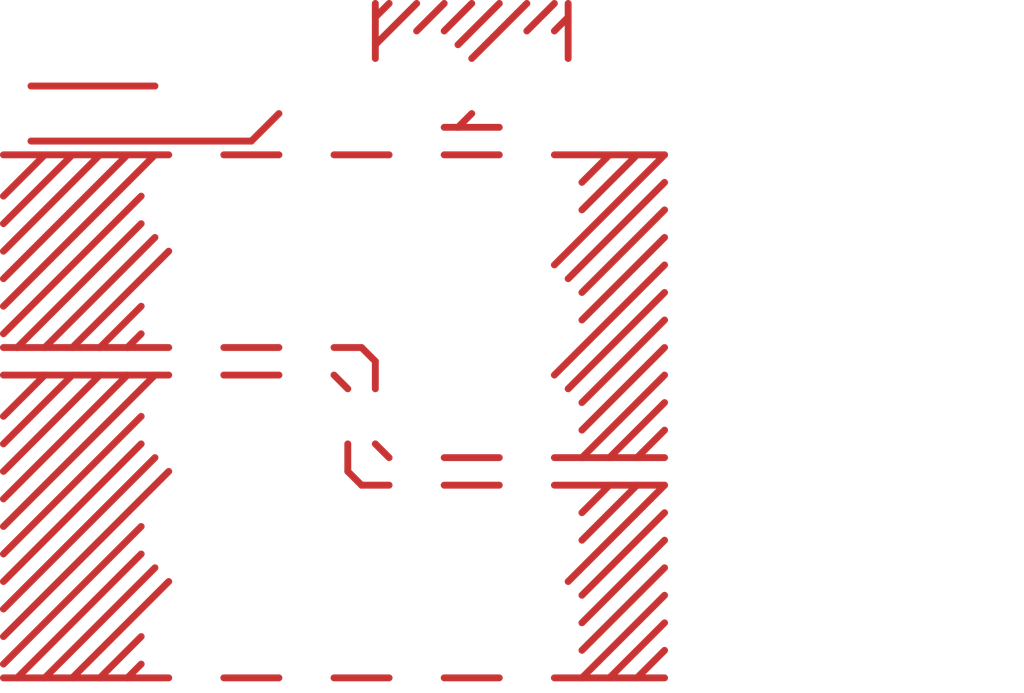
<source format=kicad_pcb>
(kicad_pcb
	(version 20240108)
	(generator "pcbnew")
	(generator_version "8.0")
	(general
		(thickness 1.6)
		(legacy_teardrops no)
	)
	(paper "A4")
	(layers
		(0 "F.Cu" signal)
		(31 "B.Cu" signal)
		(32 "B.Adhes" user "B.Adhesive")
		(33 "F.Adhes" user "F.Adhesive")
		(34 "B.Paste" user)
		(35 "F.Paste" user)
		(36 "B.SilkS" user "B.Silkscreen")
		(37 "F.SilkS" user "F.Silkscreen")
		(38 "B.Mask" user)
		(39 "F.Mask" user)
		(40 "Dwgs.User" user "User.Drawings")
		(41 "Cmts.User" user "User.Comments")
		(42 "Eco1.User" user "User.Eco1")
		(43 "Eco2.User" user "User.Eco2")
		(44 "Edge.Cuts" user)
		(45 "Margin" user)
		(46 "B.CrtYd" user "B.Courtyard")
		(47 "F.CrtYd" user "F.Courtyard")
		(48 "B.Fab" user)
		(49 "F.Fab" user)
		(50 "User.1" user)
		(51 "User.2" user)
		(52 "User.3" user)
		(53 "User.4" user)
		(54 "User.5" user)
		(55 "User.6" user)
		(56 "User.7" user)
		(57 "User.8" user)
		(58 "User.9" user)
	)
	(setup
		(pad_to_mask_clearance 0)
		(allow_soldermask_bridges_in_footprints no)
		(pcbplotparams
			(layerselection 0x00010fc_ffffffff)
			(plot_on_all_layers_selection 0x0000000_00000000)
			(disableapertmacros no)
			(usegerberextensions no)
			(usegerberattributes yes)
			(usegerberadvancedattributes yes)
			(creategerberjobfile yes)
			(dashed_line_dash_ratio 12.000000)
			(dashed_line_gap_ratio 3.000000)
			(svgprecision 4)
			(plotframeref no)
			(viasonmask no)
			(mode 1)
			(useauxorigin no)
			(hpglpennumber 1)
			(hpglpenspeed 20)
			(hpglpendiameter 15.000000)
			(pdf_front_fp_property_popups yes)
			(pdf_back_fp_property_popups yes)
			(dxfpolygonmode yes)
			(dxfimperialunits yes)
			(dxfusepcbnewfont yes)
			(psnegative no)
			(psa4output no)
			(plotreference yes)
			(plotvalue yes)
			(plotfptext yes)
			(plotinvisibletext no)
			(sketchpadsonfab no)
			(subtractmaskfromsilk no)
			(outputformat 1)
			(mirror no)
			(drillshape 1)
			(scaleselection 1)
			(outputdirectory "")
		)
	)
	(net 0 "")
	(gr_line
		(start 193 23)
		(end 201 15)
		(stroke
			(width 0.5)
			(type default)
		)
		(layer "F.Cu")
		(uuid "018f381b-ceca-42fb-9010-3312526fc9aa")
	)
	(gr_line
		(start 214 23)
		(end 216 23)
		(stroke
			(width 0.5)
			(type default)
		)
		(layer "F.Cu")
		(uuid "042422cf-9be6-4447-b261-184aa1c37407")
	)
	(gr_line
		(start 218 33)
		(end 216 33)
		(stroke
			(width 0.5)
			(type default)
		)
		(layer "F.Cu")
		(uuid "053ce9b7-842f-42a4-8174-acc969be2858")
	)
	(gr_line
		(start 228 0)
		(end 230 -2)
		(stroke
			(width 0.5)
			(type default)
		)
		(layer "F.Cu")
		(uuid "09ee1707-3928-469a-a18d-0614f4fe5aee")
	)
	(gr_line
		(start 231 18)
		(end 238 11)
		(stroke
			(width 0.5)
			(type default)
		)
		(layer "F.Cu")
		(uuid "0e9b4e9f-a252-4927-bd0e-560d33b81d65")
	)
	(gr_line
		(start 236 47)
		(end 238 45)
		(stroke
			(width 0.5)
			(type default)
		)
		(layer "F.Cu")
		(uuid "0eb1ef6b-bc97-425d-a52a-d9e5c5f59bcc")
	)
	(gr_line
		(start 216 33)
		(end 215 32)
		(stroke
			(width 0.5)
			(type default)
		)
		(layer "F.Cu")
		(uuid "10b2ae41-48f0-47ee-9f98-6866b249058d")
	)
	(gr_line
		(start 190 40)
		(end 200 30)
		(stroke
			(width 0.5)
			(type default)
		)
		(layer "F.Cu")
		(uuid "116e7e47-d332-4a28-b40e-0d442ac42cc3")
	)
	(gr_line
		(start 190 12)
		(end 193 9)
		(stroke
			(width 0.5)
			(type default)
		)
		(layer "F.Cu")
		(uuid "15952e4f-1a56-41cb-8c45-b01a0c0e0a6d")
	)
	(gr_line
		(start 190 30)
		(end 195 25)
		(stroke
			(width 0.5)
			(type default)
		)
		(layer "F.Cu")
		(uuid "199aa38d-ae06-4a4f-8501-51bcf1f6c2dd")
	)
	(gr_line
		(start 191 23)
		(end 200 14)
		(stroke
			(width 0.5)
			(type default)
		)
		(layer "F.Cu")
		(uuid "1c3d8bb0-75a2-436a-b1bb-c0d3f22b522d")
	)
	(gr_line
		(start 220 0)
		(end 222 -2)
		(stroke
			(width 0.5)
			(type default)
		)
		(layer "F.Cu")
		(uuid "1d9046e0-4d46-48ac-b7af-204ed678bd1c")
	)
	(gr_line
		(start 201 4)
		(end 192 4)
		(stroke
			(width 0.5)
			(type default)
		)
		(layer "F.Cu")
		(uuid "1ee44f8a-9f97-40ad-aa92-5bb5decbe9d8")
	)
	(gr_line
		(start 190 20)
		(end 201 9)
		(stroke
			(width 0.5)
			(type default)
		)
		(layer "F.Cu")
		(uuid "28894a8a-b1ec-45ba-b5b9-d397014da9ff")
	)
	(gr_line
		(start 190 46)
		(end 200 36)
		(stroke
			(width 0.5)
			(type default)
		)
		(layer "F.Cu")
		(uuid "29de0af8-0f76-4608-b731-da0a26759501")
	)
	(gr_line
		(start 199 23)
		(end 200 22)
		(stroke
			(width 0.5)
			(type default)
		)
		(layer "F.Cu")
		(uuid "29f9dfaf-f8ac-4e86-89d5-d0495de4c7fc")
	)
	(gr_line
		(start 232 29)
		(end 238 23)
		(stroke
			(width 0.5)
			(type default)
		)
		(layer "F.Cu")
		(uuid "2b23c798-4eb2-42d2-954a-fb7367209c07")
	)
	(gr_line
		(start 190 34)
		(end 199 25)
		(stroke
			(width 0.5)
			(type default)
		)
		(layer "F.Cu")
		(uuid "2b2b8032-c0a2-4745-a49d-2d2a27a62e50")
	)
	(gr_line
		(start 232 37)
		(end 236 33)
		(stroke
			(width 0.5)
			(type default)
		)
		(layer "F.Cu")
		(uuid "2ddc8cfc-c15e-43ac-9998-e210e0e099d4")
	)
	(gr_line
		(start 217 2)
		(end 217 -2)
		(stroke
			(width 0.5)
			(type default)
		)
		(layer "F.Cu")
		(uuid "3488e77e-4119-45b5-ab80-9a812516fea5")
	)
	(gr_line
		(start 214 47)
		(end 218 47)
		(stroke
			(width 0.5)
			(type default)
		)
		(layer "F.Cu")
		(uuid "3552a053-ca63-41f2-a689-ee5e0564ab56")
	)
	(gr_line
		(start 222 0)
		(end 224 -2)
		(stroke
			(width 0.5)
			(type default)
		)
		(layer "F.Cu")
		(uuid "35fdc778-e9c1-471c-9553-d6883adcfb35")
	)
	(gr_line
		(start 234 47)
		(end 238 43)
		(stroke
			(width 0.5)
			(type default)
		)
		(layer "F.Cu")
		(uuid "3ad86c28-ceb7-4adb-bba4-1a95b5112136")
	)
	(gr_line
		(start 190 44)
		(end 202 32)
		(stroke
			(width 0.5)
			(type default)
		)
		(layer "F.Cu")
		(uuid "3d3c2430-20b7-48be-9527-ca3a9e50c720")
	)
	(gr_line
		(start 217 24)
		(end 217 26)
		(stroke
			(width 0.5)
			(type default)
		)
		(layer "F.Cu")
		(uuid "3d9fbeef-e486-44d1-a091-e37f628fd962")
	)
	(gr_line
		(start 206 25)
		(end 210 25)
		(stroke
			(width 0.5)
			(type default)
		)
		(layer "F.Cu")
		(uuid "45e37574-fa0b-41df-b994-45edd0e99910")
	)
	(gr_line
		(start 190 32)
		(end 197 25)
		(stroke
			(width 0.5)
			(type default)
		)
		(layer "F.Cu")
		(uuid "4a42b446-5139-4eac-8ff4-bf8fa11592cc")
	)
	(gr_line
		(start 191 47)
		(end 200 38)
		(stroke
			(width 0.5)
			(type default)
		)
		(layer "F.Cu")
		(uuid "523c27e0-14eb-4d63-8218-c7d7a6b98214")
	)
	(gr_line
		(start 238 9)
		(end 230 17)
		(stroke
			(width 0.5)
			(type default)
		)
		(layer "F.Cu")
		(uuid "52c20a7f-2378-432c-96df-eef40a0a75a5")
	)
	(gr_line
		(start 230 31)
		(end 238 31)
		(stroke
			(width 0.5)
			(type default)
		)
		(layer "F.Cu")
		(uuid "577b680b-f36b-407c-bb79-72359277443b")
	)
	(gr_line
		(start 195 47)
		(end 202 40)
		(stroke
			(width 0.5)
			(type default)
		)
		(layer "F.Cu")
		(uuid "58609e8a-5e2d-466d-83b4-02a3b4d870c9")
	)
	(gr_line
		(start 197 23)
		(end 200 20)
		(stroke
			(width 0.5)
			(type default)
		)
		(layer "F.Cu")
		(uuid "58898ec5-854f-4519-bc75-f6f307f79056")
	)
	(gr_line
		(start 222 33)
		(end 226 33)
		(stroke
			(width 0.5)
			(type default)
		)
		(layer "F.Cu")
		(uuid "58ae4faf-5bd1-40b3-bd8f-ec5c481ad25d")
	)
	(gr_line
		(start 232 41)
		(end 238 35)
		(stroke
			(width 0.5)
			(type default)
		)
		(layer "F.Cu")
		(uuid "6021ed93-a580-4239-a42a-c3218975c8b1")
	)
	(gr_line
		(start 190 38)
		(end 200 28)
		(stroke
			(width 0.5)
			(type default)
		)
		(layer "F.Cu")
		(uuid "604ad29d-2491-449f-b8fb-c153f72c1998")
	)
	(gr_line
		(start 190 22)
		(end 200 12)
		(stroke
			(width 0.5)
			(type default)
		)
		(layer "F.Cu")
		(uuid "60671555-ed56-4fca-8002-5bea8c5b8374")
	)
	(gr_line
		(start 206 23)
		(end 210 23)
		(stroke
			(width 0.5)
			(type default)
		)
		(layer "F.Cu")
		(uuid "609313fb-65b0-4414-9a55-cbafd952597b")
	)
	(gr_line
		(start 230 47)
		(end 238 47)
		(stroke
			(width 0.5)
			(type default)
		)
		(layer "F.Cu")
		(uuid "615e786f-1683-4960-9366-693e36856a4f")
	)
	(gr_line
		(start 193 47)
		(end 201 39)
		(stroke
			(width 0.5)
			(type default)
		)
		(layer "F.Cu")
		(uuid "64d24ada-4716-4cab-b98d-e144e5424dae")
	)
	(gr_line
		(start 214 9)
		(end 218 9)
		(stroke
			(width 0.5)
			(type default)
		)
		(layer "F.Cu")
		(uuid "65af3ab6-971d-4717-b819-4c84a30f9614")
	)
	(gr_line
		(start 222 31)
		(end 226 31)
		(stroke
			(width 0.5)
			(type default)
		)
		(layer "F.Cu")
		(uuid "670da5ed-549a-4d05-b642-a65ab2e5de74")
	)
	(gr_line
		(start 231 2)
		(end 231 -2)
		(stroke
			(width 0.5)
			(type default)
		)
		(layer "F.Cu")
		(uuid "6eed387b-92a0-4300-af27-b54c139674b8")
	)
	(gr_line
		(start 190 16)
		(end 197 9)
		(stroke
			(width 0.5)
			(type default)
		)
		(layer "F.Cu")
		(uuid "73f59347-0cb8-4416-89cb-b747ba44d2ca")
	)
	(gr_line
		(start 190 42)
		(end 201 31)
		(stroke
			(width 0.5)
			(type default)
		)
		(layer "F.Cu")
		(uuid "7430d949-b5a2-4406-b165-e907e86d5886")
	)
	(gr_line
		(start 223 1)
		(end 226 -2)
		(stroke
			(width 0.5)
			(type default)
		)
		(layer "F.Cu")
		(uuid "7631b0f2-4540-4464-aa86-b08a790e97b2")
	)
	(gr_line
		(start 195 23)
		(end 202 16)
		(stroke
			(width 0.5)
			(type default)
		)
		(layer "F.Cu")
		(uuid "78f300e2-6e41-498d-b125-71c08b3542fc")
	)
	(gr_line
		(start 232 19)
		(end 238 13)
		(stroke
			(width 0.5)
			(type default)
		)
		(layer "F.Cu")
		(uuid "7b4557b0-7205-4f96-b808-31235a4f75ec")
	)
	(gr_line
		(start 232 45)
		(end 238 39)
		(stroke
			(width 0.5)
			(type default)
		)
		(layer "F.Cu")
		(uuid "7b87345b-9cc5-4d91-bea0-9c9759002d23")
	)
	(gr_line
		(start 236 31)
		(end 238 29)
		(stroke
			(width 0.5)
			(type default)
		)
		(layer "F.Cu")
		(uuid "7e23a006-6779-48f1-98f5-1360a3b7c362")
	)
	(gr_line
		(start 232 11)
		(end 234 9)
		(stroke
			(width 0.5)
			(type default)
		)
		(layer "F.Cu")
		(uuid "7ea42448-fb56-4b44-bf7c-82e574391364")
	)
	(gr_line
		(start 232 13)
		(end 236 9)
		(stroke
			(width 0.5)
			(type default)
		)
		(layer "F.Cu")
		(uuid "868f42e5-32ca-4644-a065-ab4d0523a329")
	)
	(gr_line
		(start 234 31)
		(end 238 27)
		(stroke
			(width 0.5)
			(type default)
		)
		(layer "F.Cu")
		(uuid "88bdf535-1757-4c2e-9630-961f201bbf71")
	)
	(gr_line
		(start 232 47)
		(end 238 41)
		(stroke
			(width 0.5)
			(type default)
		)
		(layer "F.Cu")
		(uuid "8994b2d4-a613-4b26-821d-420697c1b17e")
	)
	(gr_line
		(start 206 9)
		(end 210 9)
		(stroke
			(width 0.5)
			(type default)
		)
		(layer "F.Cu")
		(uuid "8b2afd8a-58b4-4a17-b2fa-311329301c4e")
	)
	(gr_line
		(start 190 14)
		(end 195 9)
		(stroke
			(width 0.5)
			(type default)
		)
		(layer "F.Cu")
		(uuid "8f65061d-9ee2-4cbb-af57-5de755700c67")
	)
	(gr_line
		(start 216 23)
		(end 217 24)
		(stroke
			(width 0.5)
			(type default)
		)
		(layer "F.Cu")
		(uuid "9161b98e-3ef8-41ef-8603-7c9362489527")
	)
	(gr_line
		(start 199 47)
		(end 200 46)
		(stroke
			(width 0.5)
			(type default)
		)
		(layer "F.Cu")
		(uuid "920ef723-9c41-4087-85f1-0e428fae8af2")
	)
	(gr_line
		(start 232 31)
		(end 238 25)
		(stroke
			(width 0.5)
			(type default)
		)
		(layer "F.Cu")
		(uuid "950e1afc-06c3-47c8-974c-fc5aed848ee1")
	)
	(gr_line
		(start 223 7)
		(end 224 6)
		(stroke
			(width 0.5)
			(type default)
		)
		(layer "F.Cu")
		(uuid "9ba16c9c-83fa-4d27-b5e0-db19e6d2c7cd")
	)
	(gr_line
		(start 190 23)
		(end 202 23)
		(stroke
			(width 0.5)
			(type default)
		)
		(layer "F.Cu")
		(uuid "9d2501b6-6055-45fb-9a64-c6929bc328dd")
	)
	(gr_line
		(start 190 28)
		(end 193 25)
		(stroke
			(width 0.5)
			(type default)
		)
		(layer "F.Cu")
		(uuid "9eb3101b-f941-40d4-8a62-a9f13beca6b0")
	)
	(gr_line
		(start 202 47)
		(end 190 47)
		(stroke
			(width 0.5)
			(type default)
		)
		(layer "F.Cu")
		(uuid "a6744d07-7777-49ad-b1b5-0748e299dd33")
	)
	(gr_line
		(start 206 47)
		(end 210 47)
		(stroke
			(width 0.5)
			(type default)
		)
		(layer "F.Cu")
		(uuid "a95d00ef-17e4-4d6c-a8dd-22dac9d18e0d")
	)
	(gr_line
		(start 217 -1)
		(end 218 -2)
		(stroke
			(width 0.5)
			(type default)
		)
		(layer "F.Cu")
		(uuid "abc4eeb7-760d-4356-96bd-f64510847dd6")
	)
	(gr_line
		(start 222 7)
		(end 226 7)
		(stroke
			(width 0.5)
			(type default)
		)
		(layer "F.Cu")
		(uuid "abfa373a-7887-46c8-8fac-50bef89e983c")
	)
	(gr_line
		(start 215 32)
		(end 215 30)
		(stroke
			(width 0.5)
			(type default)
		)
		(layer "F.Cu")
		(uuid "adf3711a-0af6-4e45-873c-9fed6255db09")
	)
	(gr_line
		(start 232 27)
		(end 238 21)
		(stroke
			(width 0.5)
			(type default)
		)
		(layer "F.Cu")
		(uuid "b11d9cf4-75a2-4b2a-8b31-6333e1f6f8d1")
	)
	(gr_line
		(start 232 43)
		(end 238 37)
		(stroke
			(width 0.5)
			(type default)
		)
		(layer "F.Cu")
		(uuid "b1f4171d-f42f-4ad0-96f3-e1f1850d6dcd")
	)
	(gr_line
		(start 208 8)
		(end 192 8)
		(stroke
			(width 0.5)
			(type default)
		)
		(layer "F.Cu")
		(uuid "b22517af-a46b-4564-9121-2411dd337b5e")
	)
	(gr_line
		(start 210 6)
		(end 208 8)
		(stroke
			(width 0.5)
			(type default)
		)
		(layer "F.Cu")
		(uuid "b55538c5-0147-4d2d-93ec-aaef964672ef")
	)
	(gr_line
		(start 232 21)
		(end 238 15)
		(stroke
			(width 0.5)
			(type default)
		)
		(layer "F.Cu")
		(uuid "b63882b1-1258-4182-bb60-85f3179fe443")
	)
	(gr_line
		(start 222 9)
		(end 226 9)
		(stroke
			(width 0.5)
			(type default)
		)
		(layer "F.Cu")
		(uuid "ba542088-91ad-4fb4-93cb-602438cdae1e")
	)
	(gr_line
		(start 214 25)
		(end 215 26)
		(stroke
			(width 0.5)
			(type default)
		)
		(layer "F.Cu")
		(uuid "bd7e54f1-3d93-49dc-a4f8-804bfb62292b")
	)
	(gr_line
		(start 231 26)
		(end 238 19)
		(stroke
			(width 0.5)
			(type default)
		)
		(layer "F.Cu")
		(uuid "c00bc965-2774-4459-8c70-8b40a5e5f936")
	)
	(gr_line
		(start 217 30)
		(end 218 31)
		(stroke
			(width 0.5)
			(type default)
		)
		(layer "F.Cu")
		(uuid "c4feba86-26f7-435c-b19d-f55c6826c8ec")
	)
	(gr_line
		(start 197 47)
		(end 200 44)
		(stroke
			(width 0.5)
			(type default)
		)
		(layer "F.Cu")
		(uuid "c5ed3ce5-8ba4-48c1-91b2-11194a2f82c8")
	)
	(gr_line
		(start 190 9)
		(end 202 9)
		(stroke
			(width 0.5)
			(type default)
		)
		(layer "F.Cu")
		(uuid "c67f7b88-48c8-44a3-8be7-4cd50f4cbb48")
	)
	(gr_line
		(start 230 25)
		(end 238 17)
		(stroke
			(width 0.5)
			(type default)
		)
		(layer "F.Cu")
		(uuid "c89f48bc-cd48-4fdc-ad56-14839ed2a737")
	)
	(gr_line
		(start 230 0)
		(end 231 -1)
		(stroke
			(width 0.5)
			(type default)
		)
		(layer "F.Cu")
		(uuid "c8e71520-582d-4e5f-8146-694864c874f0")
	)
	(gr_line
		(start 230 9)
		(end 238 9)
		(stroke
			(width 0.5)
			(type default)
		)
		(layer "F.Cu")
		(uuid "ccc49562-9aff-401c-b33e-a8b7e0070284")
	)
	(gr_line
		(start 190 36)
		(end 201 25)
		(stroke
			(width 0.5)
			(type default)
		)
		(layer "F.Cu")
		(uuid "cfa28939-e1da-4c9d-a644-03d130921db3")
	)
	(gr_line
		(start 230 33)
		(end 238 33)
		(stroke
			(width 0.5)
			(type default)
		)
		(layer "F.Cu")
		(uuid "d415eb9d-634e-4061-8698-95fb9560ba07")
	)
	(gr_line
		(start 222 47)
		(end 226 47)
		(stroke
			(width 0.5)
			(type default)
		)
		(layer "F.Cu")
		(uuid "d96a957c-b133-414a-8962-682248625ba8")
	)
	(gr_line
		(start 190 18)
		(end 199 9)
		(stroke
			(width 0.5)
			(type default)
		)
		(layer "F.Cu")
		(uuid "e4d005f3-d98f-4d3a-ab6c-04b8662fb9ed")
	)
	(gr_line
		(start 232 35)
		(end 234 33)
		(stroke
			(width 0.5)
			(type default)
		)
		(layer "F.Cu")
		(uuid "e699a1d8-fd2d-4c5d-a7f6-df146a4b6395")
	)
	(gr_line
		(start 217 1)
		(end 220 -2)
		(stroke
			(width 0.5)
			(type default)
		)
		(layer "F.Cu")
		(uuid "e71913a4-150a-4950-8ac7-c3714d073f4e")
	)
	(gr_line
		(start 224 2)
		(end 228 -2)
		(stroke
			(width 0.5)
			(type default)
		)
		(layer "F.Cu")
		(uuid "f605b528-f66f-4913-8a0f-4deb9eb93fe6")
	)
	(gr_line
		(start 190 25)
		(end 202 25)
		(stroke
			(width 0.5)
			(type default)
		)
		(layer "F.Cu")
		(uuid "fc21847e-bced-4537-9e9e-7e62d2a5181b")
	)
	(gr_line
		(start 238 33)
		(end 231 40)
		(stroke
			(width 0.5)
			(type default)
		)
		(layer "F.Cu")
		(uuid "feae24d5-0c17-490a-9247-017fa8772639")
	)
	(gr_circle
		(center 212 44)
		(end 215 44)
		(stroke
			(width 0.2)
			(type default)
		)
		(fill none)
		(layer "Dwgs.User")
		(uuid "14dfc953-f631-4cd3-8aea-3781f660af32")
	)
	(gr_circle
		(center 204 4)
		(end 207 4)
		(stroke
			(width 0.2)
			(type solid)
		)
		(fill none)
		(layer "Dwgs.User")
		(uuid "17cd316e-304d-4e4c-9f06-99296e2db195")
	)
	(gr_circle
		(center 228 3.935316)
		(end 231 3.935316)
		(stroke
			(width 0.2)
			(type default)
		)
		(fill none)
		(layer "Dwgs.User")
		(uuid "1c394645-cf03-4471-8ca2-9dcb049edce4")
	)
	(gr_line
		(start 264 0)
		(end 264 48)
		(stroke
			(width 0.2)
			(type default)
		)
		(layer "Dwgs.User")
		(uuid "35a0ccfb-13f0-4b69-ae2a-78ca0f4d1dbe")
	)
	(gr_line
		(start 244 0)
		(end 244 48)
		(stroke
			(width 0.2)
			(type default)
		)
		(layer "Dwgs.User")
		(uuid "3a6a6cbb-0af7-4198-9d96-a30286680ade")
	)
	(gr_circle
		(center 228 11.935316)
		(end 231 11.935316)
		(stroke
			(width 0.2)
			(type default)
		)
		(fill none)
		(layer "Dwgs.User")
		(uuid "3b069441-f2ae-40ce-bf32-6913ad145be2")
	)
	(gr_line
		(start 200 0)
		(end 244 0)
		(stroke
			(width 0.2)
			(type default)
		)
		(layer "Dwgs.User")
		(uuid "3b2dd49e-00c1-4f1c-b7d8-bc2eef496971")
	)
	(gr_circle
		(center 212 4)
		(end 215 4)
		(stroke
			(width 0.2)
			(type default)
		)
		(fill none)
		(layer "Dwgs.User")
		(uuid "42388a51-b99f-4111-be08-7588c0f767be")
	)
	(gr_circle
		(center 220 36)
		(end 223 36)
		(stroke
			(width 0.2)
			(type default)
		)
		(fill none)
		(layer "Dwgs.User")
		(uuid "42f5cda1-6c5c-44bf-bf71-5c6c5c4979b3")
	)
	(gr_circle
		(center 220 4)
		(end 223 4)
		(stroke
			(width 0.2)
			(type default)
		)
		(fill none)
		(layer "Dwgs.User")
		(uuid "44272ff4-a6e2-4290-85db-4967a370030f")
	)
	(gr_circle
		(center 204 12)
		(end 207 12)
		(stroke
			(width 0.2)
			(type default)
		)
		(fill none)
		(layer "Dwgs.User")
		(uuid "55cf9a3f-b602-40a2-bc01-6a5939df7b3d")
	)
	(gr_line
		(start 254 23)
		(end 254 25)
		(stroke
			(width 0.2)
			(type default)
		)
		(layer "Dwgs.User")
		(uuid "561c7bb5-8f31-47e6-9a1a-c02f39e9d9eb")
	)
	(gr_circle
		(center 220 28)
		(end 223 28)
		(stroke
			(width 0.2)
			(type default)
		)
		(fill none)
		(layer "Dwgs.User")
		(uuid "571cb9ac-0928-4d62-a36d-4775df7796a0")
	)
	(gr_circle
		(center 204 28)
		(end 207 28)
		(stroke
			(width 0.2)
			(type default)
		)
		(fill none)
		(layer "Dwgs.User")
		(uuid "59c37de8-4603-48d2-b308-dde71592bf05")
	)
	(gr_circle
		(center 204 36)
		(end 207 36)
		(stroke
			(width 0.2)
			(type default)
		)
		(fill none)
		(layer "Dwgs.User")
		(uuid "677ebd70-92b2-4f5c-bbab-a76f08eaeed8")
	)
	(gr_circle
		(center 204 20)
		(end 207 20)
		(stroke
			(width 0.2)
			(type default)
		)
		(fill none)
		(layer "Dwgs.User")
		(uuid "6f4fdd4c-dc21-4829-9e5b-8a6a3ff65ac6")
	)
	(gr_circle
		(center 228 43.935316)
		(end 231 43.935316)
		(stroke
			(width 0.2)
			(type default)
		)
		(fill none)
		(layer "Dwgs.User")
		(uuid "7cfb5e89-214e-433e-bf19-3fea9b3fb104")
	)
	(gr_line
		(start 244 48)
		(end 200 48)
		(stroke
			(width 0.2)
			(type default)
		)
		(layer "Dwgs.User")
		(uuid "924c0166-6ddf-4e46-a463-710fbf8c2a2f")
	)
	(gr_line
		(start 244 2)
		(end 264 2)
		(stroke
			(width 0.2)
			(type default)
		)
		(layer "Dwgs.User")
		(uuid "948bf26b-86ba-4376-ba0a-333792850e40")
	)
	(gr_line
		(start 264 48)
		(end 244 48)
		(stroke
			(width 0.2)
			(type default)
		)
		(layer "Dwgs.User")
		(uuid "99722949-dde9-4ef8-a40a-532917ea3447")
	)
	(gr_line
		(start 200 48)
		(end 200 0)
		(stroke
			(width 0.2)
			(type default)
		)
		(layer "Dwgs.User")
		(uuid "9cc19133-f900-4ec4-869c-add00cab5b67")
	)
	(gr_circle
		(center 212 28)
		(end 215 28)
		(stroke
			(width 0.2)
			(type default)
		)
		(fill none)
		(layer "Dwgs.User")
		(uuid "a1188c68-3ad1-460b-a51a-7704beaf0088")
	)
	(gr_circle
		(center 220 12)
		(end 223 12)
		(stroke
			(width 0.2)
			(type default)
		)
		(fill none)
		(layer "Dwgs.User")
		(uuid "a8a3ff20-27a5-4368-a125-1f91b3cab07c")
	)
	(gr_circle
		(center 212 36)
		(end 215 36)
		(stroke
			(width 0.2)
			(type default)
		)
		(fill none)
		(layer "Dwgs.User")
		(uuid "b1034166-0795-4457-94fe-8dd56ac17216")
	)
	(gr_line
		(start 255 26)
		(end 264 26)
		(stroke
			(width 0.2)
			(type default)
		)
		(layer "Dwgs.User")
		(uuid "b59409a5-702c-43c5-b147-690682a7aa6e")
	)
	(gr_line
		(start 254 25)
		(end 255 26)
		(stroke
			(width 0.2)
			(type default)
		)
		(layer "Dwgs.User")
		(uuid "b8b71235-cdc2-49e6-9eb7-f834042aeef7")
	)
	(gr_circle
		(center 228 19.935316)
		(end 231 20)
		(stroke
			(width 0.2)
			(type default)
		)
		(fill none)
		(layer "Dwgs.User")
		(uuid "bcaff42b-661f-4f42-a800-d5d5d6af3f82")
	)
	(gr_circle
		(center 204 44)
		(end 207 44)
		(stroke
			(width 0.2)
			(type default)
		)
		(fill none)
		(layer "Dwgs.User")
		(uuid "bd244df3-39d8-4b3c-835f-232b6d633592")
	)
	(gr_circle
		(center 228 27.935316)
		(end 231 28)
		(stroke
			(width 0.2)
			(type default)
		)
		(fill none)
		(layer "Dwgs.User")
		(uuid "c240ba84-744f-4104-b3fb-b31ccba8a848")
	)
	(gr_line
		(start 244 46)
		(end 264 46)
		(stroke
			(width 0.2)
			(type default)
		)
		(layer "Dwgs.User")
		(uuid "d27798bb-f91e-41cb-a321-fd0453de1d61")
	)
	(gr_circle
		(center 228 35.935316)
		(end 231 36)
		(stroke
			(width 0.2)
			(type default)
		)
		(fill none)
		(layer "Dwgs.User")
		(uuid "d3976c7f-603e-4367-8efb-e5eb0bf9de9a")
	)
	(gr_circle
		(center 220 20)
		(end 223 20)
		(stroke
			(width 0.2)
			(type default)
		)
		(fill none)
		(layer "Dwgs.User")
		(uuid "d6019fda-0719-4e18-983c-11333db8208c")
	)
	(gr_circle
		(center 220 44)
		(end 223 44)
		(stroke
			(width 0.2)
			(type default)
		)
		(fill none)
		(layer "Dwgs.User")
		(uuid "dcc27747-c25d-45ae-9800-42ca81faf60b")
	)
	(gr_line
		(start 244 0)
		(end 264 0)
		(stroke
			(width 0.2)
			(type default)
		)
		(layer "Dwgs.User")
		(uuid "e13938d5-3e7e-434a-bcba-e6e08a7994b5")
	)
	(gr_line
		(start 264 22)
		(end 255 22)
		(stroke
			(width 0.2)
			(type default)
		)
		(layer "Dwgs.User")
		(uuid "e52c8152-63e0-46bf-9fcc-7172f2251f9e")
	)
	(gr_circle
		(center 212 20)
		(end 215 20)
		(stroke
			(width 0.2)
			(type default)
		)
		(fill none)
		(layer "Dwgs.User")
		(uuid "fa881d01-f0d2-445a-a528-616b4cc0e55a")
	)
	(gr_circle
		(center 212 12)
		(end 215 12)
		(stroke
			(width 0.2)
			(type default)
		)
		(fill none)
		(layer "Dwgs.User")
		(uuid "feb6bca7-471b-4bb3-ba11-8924960a9173")
	)
	(gr_line
		(start 255 22)
		(end 254 23)
		(stroke
			(width 0.2)
			(type default)
		)
		(layer "Dwgs.User")
		(uuid "ff33fa3e-f8a8-4ace-a7f7-3ade3bfed607")
	)
	(gr_text "D4\nVBUS_HP"
		(at 204 28 0)
		(layer "Cmts.User")
		(uuid "0cd24504-da01-4081-a332-47f237fc05ff")
		(effects
			(font
				(size 0.8 0.8)
				(thickness 0.15)
				(bold yes)
			)
		)
	)
	(gr_text "C3\nGND"
		(at 212 20 0)
		(layer "Cmts.User")
		(uuid "0ee31b87-176d-4744-8db1-02b3e9c31c84")
		(effects
			(font
				(size 0.8 0.8)
				(thickness 0.15)
				(bold yes)
			)
		)
	)
	(gr_text "A4\nGND"
		(at 228 28 0)
		(layer "Cmts.User")
		(uuid "1a7a07cb-14f7-465d-99fe-196713aaffe6")
		(effects
			(font
				(size 0.8 0.8)
				(thickness 0.15)
				(bold yes)
			)
		)
	)
	(gr_text "C4\nVBUS_HP"
		(at 212 28 0)
		(layer "Cmts.User")
		(uuid "26154c88-dbb1-4321-8b2e-e37c13a086d3")
		(effects
			(font
				(size 0.8 0.8)
				(thickness 0.15)
				(bold yes)
			)
		)
	)
	(gr_text "C1\nPBUS"
		(at 212 4 0)
		(layer "Cmts.User")
		(uuid "319f8ec8-9a8e-4f50-bedd-661d9d388f91")
		(effects
			(font
				(size 0.8 0.8)
				(thickness 0.15)
				(bold yes)
			)
		)
	)
	(gr_text "A3\nGND"
		(at 228 19.935316 0)
		(layer "Cmts.User")
		(uuid "3b427347-9cda-42cd-a5b0-ec865df02ef2")
		(effects
			(font
				(size 0.8 0.8)
				(thickness 0.15)
				(bold yes)
			)
		)
	)
	(gr_text "A5\nVBUS_HP"
		(at 228 36 0)
		(layer "Cmts.User")
		(uuid "45fabb09-8280-422b-bbe7-ed3168075711")
		(effects
			(font
				(size 0.8 0.8)
				(thickness 0.15)
				(bold yes)
			)
		)
	)
	(gr_text "B6\nVBUS_HP"
		(at 220 44 0)
		(layer "Cmts.User")
		(uuid "48d71353-e856-4d91-82e4-591ca4b95f01")
		(effects
			(font
				(size 0.8 0.8)
				(thickness 0.15)
				(bold yes)
			)
		)
	)
	(gr_text "D5\nVBUS_HP"
		(at 204 36 0)
		(layer "Cmts.User")
		(uuid "583de80f-3d3f-49c2-8266-657b276dc435")
		(effects
			(font
				(size 0.8 0.8)
				(thickness 0.15)
				(bold yes)
			)
		)
	)
	(gr_text "C5\nVBUS_HP"
		(at 212 36 0)
		(layer "Cmts.User")
		(uuid "5cb0fe66-17c4-45b5-9cdf-28f546b4a845")
		(effects
			(font
				(size 0.8 0.8)
				(thickness 0.15)
				(bold yes)
			)
		)
	)
	(gr_text "D6\nVBUS_HP"
		(at 204 44 0)
		(layer "Cmts.User")
		(uuid "746b0cd8-2269-4e03-b2f7-d26308991458")
		(effects
			(font
				(size 0.8 0.8)
				(thickness 0.15)
				(bold yes)
			)
		)
	)
	(gr_text "D1\nCD"
		(at 204 4 0)
		(layer "Cmts.User")
		(uuid "7b55f1fd-8dca-41e3-8f3c-bbd9d4831d91")
		(effects
			(font
				(size 0.8 0.8)
				(thickness 0.15)
				(bold yes)
			)
		)
	)
	(gr_text "A2\nGND"
		(at 228 11.935316 0)
		(layer "Cmts.User")
		(uuid "81327d18-9eec-4590-a57a-2b7b6431aacd")
		(effects
			(font
				(size 0.8 0.8)
				(thickness 0.15)
				(bold yes)
			)
		)
	)
	(gr_text "D3\nGND"
		(at 204 20 0)
		(layer "Cmts.User")
		(uuid "87e7f6f3-21bd-47cf-92da-23fe10a39473")
		(effects
			(font
				(size 0.8 0.8)
				(thickness 0.15)
				(bold yes)
			)
		)
	)
	(gr_text "A6\nVBUS_HP"
		(at 228 43.935316 0)
		(layer "Cmts.User")
		(uuid "96881f21-cdd7-4173-80c1-752e8be1c5b8")
		(effects
			(font
				(size 0.8 0.8)
				(thickness 0.15)
				(bold yes)
			)
		)
	)
	(gr_text "B1\nChassis"
		(at 220 4 0)
		(layer "Cmts.User")
		(uuid "96b0044c-d0c7-481c-9e94-ba9ac1a44399")
		(effects
			(font
				(size 0.8 0.8)
				(thickness 0.15)
				(bold yes)
			)
		)
	)
	(gr_text "D2\nGND"
		(at 204 12 0)
		(layer "Cmts.User")
		(uuid "9bead7f1-827d-495c-b596-c9b40875b1ff")
		(effects
			(font
				(size 0.8 0.8)
				(thickness 0.15)
				(bold yes)
			)
		)
	)
	(gr_text "B3\nGND"
		(at 220 20 0)
		(layer "Cmts.User")
		(uuid "be1baf11-0638-47b0-9df9-d40d94ae2dcb")
		(effects
			(font
				(size 0.8 0.8)
				(thickness 0.15)
				(bold yes)
			)
		)
	)
	(gr_text "B2\nGND"
		(at 220 12 0)
		(layer "Cmts.User")
		(uuid "c3b3d756-8e02-4f02-8e9a-86eea24b5a73")
		(effects
			(font
				(size 0.8 0.8)
				(thickness 0.15)
				(bold yes)
			)
		)
	)
	(gr_text "JM7"
		(at 260 43 0)
		(layer "Cmts.User")
		(uuid "d5bbd396-f8e3-419d-9987-b7c49be6ea5f")
		(effects
			(font
				(size 2 2)
				(thickness 0.4)
				(bold yes)
			)
		)
	)
	(gr_text "C2\nGND"
		(at 212 12 0)
		(layer "Cmts.User")
		(uuid "db24f3b0-96eb-463c-a335-a8f53d60eb58")
		(effects
			(font
				(size 0.8 0.8)
				(thickness 0.15)
				(bold yes)
			)
		)
	)
	(gr_text "A1\nChassis"
		(at 228 3.935316 0)
		(layer "Cmts.User")
		(uuid "db2782a7-9ec0-4722-9675-4763105f6f2f")
		(effects
			(font
				(size 0.8 0.8)
				(thickness 0.15)
				(bold yes)
			)
		)
	)
	(gr_text "C6\nVBUS_HP"
		(at 212 44 0)
		(layer "Cmts.User")
		(uuid "e2a246e9-e9f1-4e14-9d68-4270f558fb93")
		(effects
			(font
				(size 0.8 0.8)
				(thickness 0.15)
				(bold yes)
			)
		)
	)
	(gr_text "B5\nVBUS_HP"
		(at 220 36 0)
		(layer "Cmts.User")
		(uuid "e8ff9d23-bec5-4089-b814-5cd07b83b2f2")
		(effects
			(font
				(size 0.8 0.8)
				(thickness 0.15)
				(bold yes)
			)
		)
	)
	(gr_text "B4\nGND"
		(at 220 28 0)
		(layer "Cmts.User")
		(uuid "f8aa1b7b-5b62-4e5d-9be3-6c521f201d5b")
		(effects
			(font
				(size 0.8 0.8)
				(thickness 0.15)
				(bold yes)
			)
		)
	)
	(dimension
		(type leader)
		(layer "Cmts.User")
		(uuid "2c743f80-dcc0-445c-8dde-4ac2e797d0db")
		(pts
			(xy 260 15) (xy 258 15)
		)
		(gr_text "Backplane"
			(at 253 15 0)
			(layer "Cmts.User")
			(uuid "2c743f80-dcc0-445c-8dde-4ac2e797d0db")
			(effects
				(font
					(size 0.8 0.8)
					(thickness 0.15)
				)
			)
		)
		(format
			(prefix "")
			(suffix "")
			(units 0)
			(units_format 0)
			(precision 4)
			(override_value "Backplane")
		)
		(style
			(thickness 0.2)
			(arrow_length 1.27)
			(text_position_mode 0)
			(text_frame 1)
			(extension_offset 0.5)
		)
	)
)

</source>
